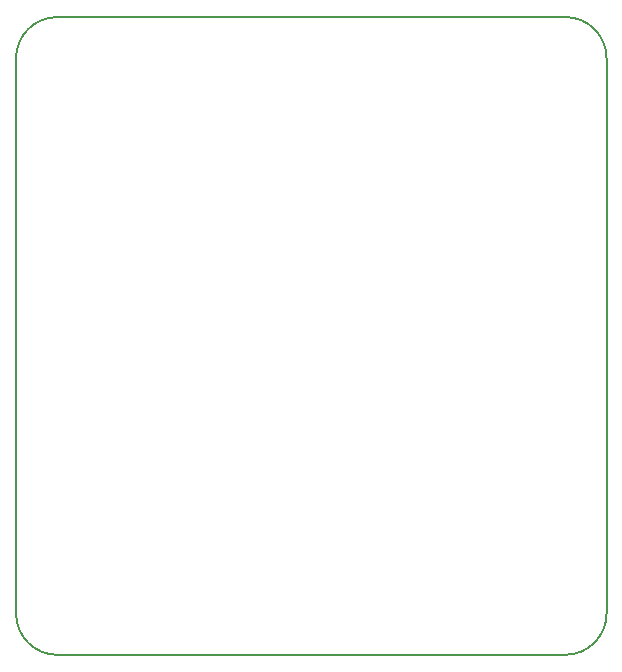
<source format=gbr>
G04 start of page 6 for group 4 idx 4 *
G04 Title: (unknown), outline *
G04 Creator: pcb 1.99z *
G04 CreationDate: Wed 03 Sep 2014 19:39:49 GMT UTC *
G04 For: rbarlow *
G04 Format: Gerber/RS-274X *
G04 PCB-Dimensions (mm): 70.00 74.00 *
G04 PCB-Coordinate-Origin: lower left *
%MOMM*%
%FSLAX43Y43*%
%LNOUTLINE*%
%ADD94C,0.200*%
G54D94*X13500Y64000D02*X56500D01*
X60000Y60500D02*Y13500D01*
X10000D02*Y60500D01*
X56500Y10000D02*X13500D01*
X10000Y60500D02*G75*G02X13500Y64000I3500J0D01*G01*
X56500D02*G75*G02X60000Y60500I0J-3500D01*G01*
X56500Y10000D02*G75*G03X60000Y13500I0J3500D01*G01*
X10000D02*G75*G03X13500Y10000I3500J0D01*G01*
M02*

</source>
